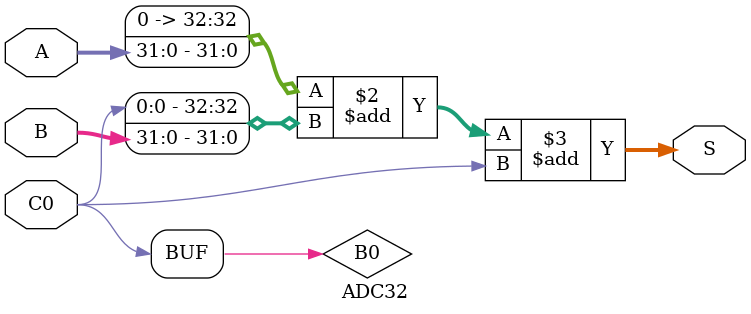
<source format=v>
`timescale 1ns / 1ps
module ADC32(input [31:0]A,input [31:0]B,input C0,output [32:0]S
    );
	assign B0=C0^1'b0;
	assign S={1'b0,A}+{B0,B}+C0;

endmodule

</source>
